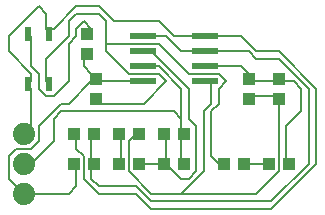
<source format=gbr>
G75*
%MOIN*%
%OFA0B0*%
%FSLAX24Y24*%
%IPPOS*%
%LPD*%
%AMOC8*
5,1,8,0,0,1.08239X$1,22.5*
%
%ADD10R,0.0394X0.0433*%
%ADD11R,0.0210X0.0480*%
%ADD12C,0.0740*%
%ADD13R,0.0866X0.0236*%
%ADD14R,0.0433X0.0394*%
%ADD15C,0.0080*%
D10*
X002305Y001830D03*
X002975Y001830D03*
X003805Y001830D03*
X004475Y001830D03*
X005305Y002830D03*
X005975Y002830D03*
X008805Y001830D03*
X009475Y001830D03*
X009140Y003995D03*
X009140Y004665D03*
X003040Y004665D03*
X003040Y003995D03*
X002975Y002830D03*
X002305Y002830D03*
X002740Y005495D03*
X002740Y006165D03*
D11*
X001490Y006160D03*
X000790Y006160D03*
X000790Y004500D03*
X001490Y004500D03*
D12*
X000640Y000830D03*
X000640Y001830D03*
X000640Y002830D03*
D13*
X004616Y004580D03*
X004616Y005080D03*
X004616Y005580D03*
X004616Y006080D03*
X006664Y006080D03*
X006664Y005580D03*
X006664Y005080D03*
X006664Y004580D03*
D14*
X008140Y004665D03*
X008140Y003995D03*
X007975Y001830D03*
X007305Y001830D03*
X005975Y001830D03*
X005305Y001830D03*
X004475Y002830D03*
X003805Y002830D03*
D15*
X003890Y002830D01*
X003890Y001830D01*
X003805Y001830D01*
X004140Y001580D02*
X004890Y000830D01*
X005890Y000830D01*
X008390Y000830D01*
X009140Y001580D01*
X009140Y003995D01*
X009140Y004080D01*
X008140Y004080D01*
X008140Y003995D01*
X008140Y004580D02*
X008140Y004665D01*
X008140Y004830D01*
X007890Y005080D01*
X006664Y005080D01*
X007140Y004830D02*
X006140Y004830D01*
X005140Y005830D01*
X003390Y005830D01*
X003390Y005580D01*
X004140Y004830D01*
X005140Y004830D01*
X005390Y004580D01*
X004640Y003830D01*
X003140Y003830D01*
X003040Y003995D01*
X003140Y004580D02*
X003040Y004665D01*
X002890Y004580D01*
X002140Y003830D01*
X001890Y003830D01*
X001140Y003080D01*
X001140Y002580D01*
X000890Y002330D01*
X000390Y002330D01*
X000140Y002080D01*
X000140Y001330D01*
X000640Y000830D01*
X002140Y000830D01*
X002390Y001080D01*
X002390Y001830D01*
X002305Y001830D01*
X002640Y002080D02*
X002640Y001330D01*
X003140Y000830D01*
X004390Y000830D01*
X004890Y000330D01*
X008890Y000330D01*
X010390Y001830D01*
X010390Y004330D01*
X009140Y005580D01*
X008390Y005580D01*
X007890Y006080D01*
X006664Y006080D01*
X005640Y006080D01*
X005140Y006580D01*
X003640Y006580D01*
X003140Y007080D01*
X002390Y007080D01*
X001640Y006330D01*
X001390Y006330D01*
X001490Y006160D01*
X001390Y006330D02*
X001390Y006830D01*
X001140Y007080D01*
X000140Y006080D01*
X000140Y005580D01*
X000890Y004830D01*
X000890Y004580D01*
X000790Y004500D01*
X000890Y004330D01*
X000890Y003080D01*
X000640Y002830D01*
X001640Y002580D02*
X001640Y003330D01*
X001890Y003580D01*
X005640Y003580D01*
X005890Y003330D01*
X005890Y004330D01*
X005140Y005080D01*
X004616Y005080D01*
X004616Y004580D02*
X003140Y004580D01*
X003040Y004665D02*
X002890Y004830D01*
X002640Y005080D01*
X002640Y005330D01*
X002740Y005495D01*
X002390Y006080D02*
X002140Y005830D01*
X002140Y004580D01*
X001640Y004080D01*
X001390Y004080D01*
X001140Y004330D01*
X001140Y004830D01*
X000890Y005080D01*
X000890Y006080D01*
X000790Y006160D01*
X001390Y005330D02*
X001390Y004580D01*
X001490Y004500D01*
X001390Y005330D02*
X002140Y006080D01*
X002140Y006580D01*
X002390Y006830D01*
X003140Y006830D01*
X003390Y006580D01*
X003390Y005830D01*
X002890Y006330D02*
X002740Y006165D01*
X002890Y006330D02*
X002640Y006580D01*
X002390Y006330D01*
X002390Y006080D01*
X004616Y006080D02*
X005390Y006080D01*
X005890Y005580D01*
X006664Y005580D01*
X008140Y005580D01*
X008390Y005330D01*
X009140Y005330D01*
X010140Y004330D01*
X010140Y001830D01*
X008890Y000580D01*
X004890Y000580D01*
X004390Y001080D01*
X003140Y001080D01*
X002890Y001330D01*
X002890Y001830D01*
X002975Y001830D01*
X002890Y001830D02*
X002890Y002830D01*
X002975Y002830D01*
X002390Y002830D02*
X002305Y002830D01*
X002390Y002830D02*
X002390Y002330D01*
X002640Y002080D01*
X001640Y002580D02*
X000890Y001830D01*
X000640Y001830D01*
X004140Y001580D02*
X004140Y002580D01*
X004390Y002830D01*
X004475Y002830D01*
X005305Y002830D02*
X005390Y002830D01*
X005390Y001830D01*
X005305Y001830D01*
X004475Y001830D01*
X005390Y001830D02*
X005890Y001330D01*
X006140Y001330D01*
X006390Y001580D01*
X006390Y003080D01*
X006140Y003330D01*
X006140Y004330D01*
X004890Y005580D01*
X004616Y005580D01*
X006664Y004580D02*
X006890Y004580D01*
X006890Y003830D01*
X006640Y003580D01*
X006640Y001580D01*
X005890Y000830D01*
X005890Y001830D02*
X005975Y001830D01*
X005890Y001830D02*
X005890Y002830D01*
X005975Y002830D01*
X005890Y002830D02*
X005890Y003330D01*
X006890Y003580D02*
X007140Y003830D01*
X007140Y004330D01*
X007390Y004580D01*
X007140Y004830D01*
X008140Y004580D02*
X009140Y004580D01*
X009140Y004665D01*
X009140Y004580D02*
X009640Y004580D01*
X009890Y004330D01*
X009890Y003580D01*
X009390Y003080D01*
X009390Y001830D01*
X009475Y001830D01*
X008805Y001830D02*
X007975Y001830D01*
X007305Y001830D02*
X007140Y001830D01*
X006890Y002080D01*
X006890Y003580D01*
M02*

</source>
